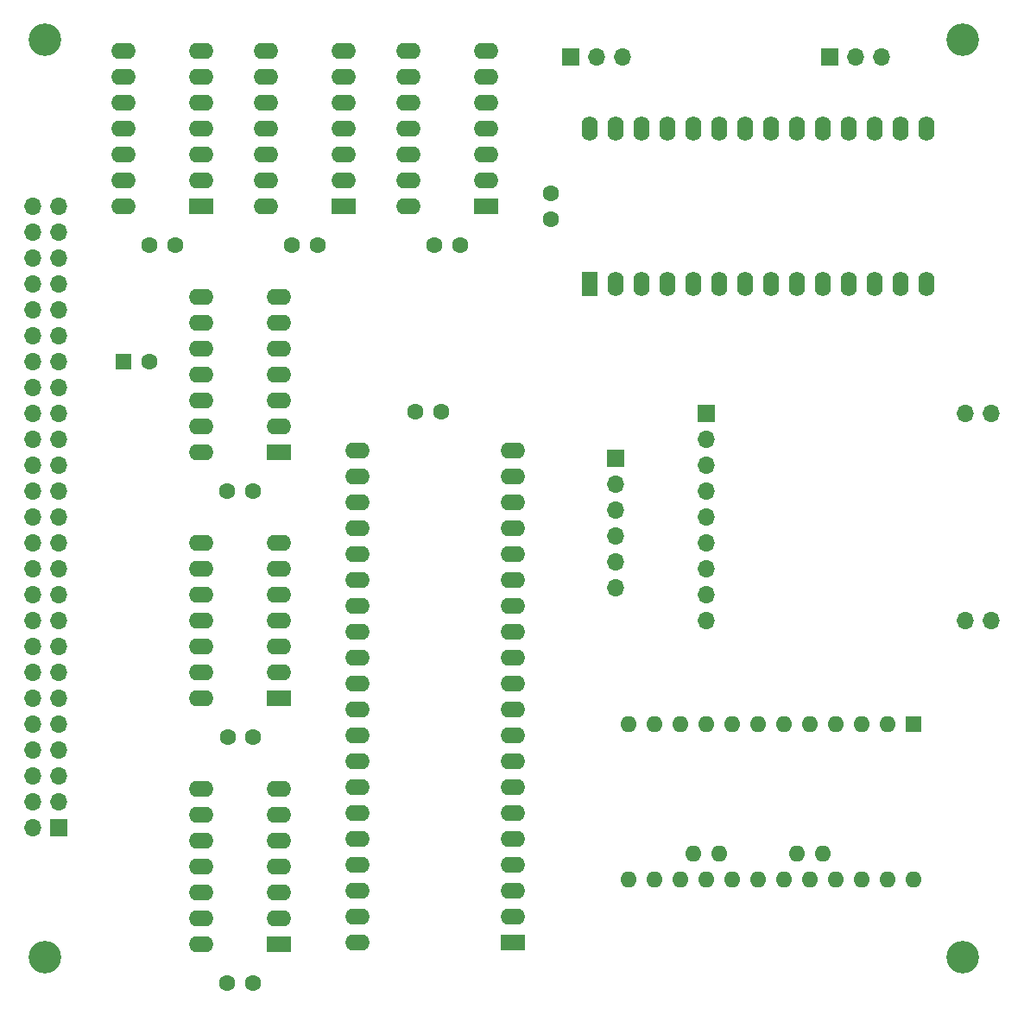
<source format=gbs>
G04 #@! TF.GenerationSoftware,KiCad,Pcbnew,(5.1.9)-1*
G04 #@! TF.CreationDate,2025-01-16T13:32:40+09:00*
G04 #@! TF.ProjectId,JR-200_SD,4a522d32-3030-45f5-9344-2e6b69636164,rev?*
G04 #@! TF.SameCoordinates,PX53920b0PY93c3260*
G04 #@! TF.FileFunction,Soldermask,Bot*
G04 #@! TF.FilePolarity,Negative*
%FSLAX46Y46*%
G04 Gerber Fmt 4.6, Leading zero omitted, Abs format (unit mm)*
G04 Created by KiCad (PCBNEW (5.1.9)-1) date 2025-01-16 13:32:40*
%MOMM*%
%LPD*%
G01*
G04 APERTURE LIST*
%ADD10C,1.600000*%
%ADD11R,2.400000X1.600000*%
%ADD12O,2.400000X1.600000*%
%ADD13C,3.200000*%
%ADD14R,1.700000X1.700000*%
%ADD15O,1.700000X1.700000*%
%ADD16R,1.600000X1.600000*%
%ADD17O,1.600000X1.600000*%
%ADD18R,1.600000X2.400000*%
%ADD19O,1.600000X2.400000*%
G04 APERTURE END LIST*
D10*
X41312000Y58522000D03*
X43812000Y58522000D03*
D11*
X50837000Y6452000D03*
D12*
X35597000Y54712000D03*
X50837000Y8992000D03*
X35597000Y52172000D03*
X50837000Y11532000D03*
X35597000Y49632000D03*
X50837000Y14072000D03*
X35597000Y47092000D03*
X50837000Y16612000D03*
X35597000Y44552000D03*
X50837000Y19152000D03*
X35597000Y42012000D03*
X50837000Y21692000D03*
X35597000Y39472000D03*
X50837000Y24232000D03*
X35597000Y36932000D03*
X50837000Y26772000D03*
X35597000Y34392000D03*
X50837000Y29312000D03*
X35597000Y31852000D03*
X50837000Y31852000D03*
X35597000Y29312000D03*
X50837000Y34392000D03*
X35597000Y26772000D03*
X50837000Y36932000D03*
X35597000Y24232000D03*
X50837000Y39472000D03*
X35597000Y21692000D03*
X50837000Y42012000D03*
X35597000Y19152000D03*
X50837000Y44552000D03*
X35597000Y16612000D03*
X50837000Y47092000D03*
X35597000Y14072000D03*
X50837000Y49632000D03*
X35597000Y11532000D03*
X50837000Y52172000D03*
X35597000Y8992000D03*
X50837000Y54712000D03*
X35597000Y6452000D03*
D10*
X54610000Y77470000D03*
X54610000Y79970000D03*
D13*
X5000000Y95000000D03*
X95000000Y95000000D03*
X95000000Y5000000D03*
X5000000Y5000000D03*
D14*
X69850000Y58420000D03*
D15*
X69850000Y55880000D03*
X69850000Y53340000D03*
X69850000Y50800000D03*
X69850000Y48260000D03*
X69850000Y45720000D03*
X69850000Y43180000D03*
X69850000Y40640000D03*
X69850000Y38100000D03*
X97790000Y38100000D03*
X95250000Y38100000D03*
X97790000Y58420000D03*
X95250000Y58420000D03*
D16*
X90170000Y27940000D03*
D17*
X87630000Y27940000D03*
X85090000Y27940000D03*
X62230000Y12700000D03*
X82550000Y27940000D03*
X64770000Y12700000D03*
X80010000Y27940000D03*
X67310000Y12700000D03*
X77470000Y27940000D03*
X69850000Y12700000D03*
X74930000Y27940000D03*
X72390000Y12700000D03*
X72390000Y27940000D03*
X74930000Y12700000D03*
X69850000Y27940000D03*
X77470000Y12700000D03*
X67310000Y27940000D03*
X80010000Y12700000D03*
X64770000Y27940000D03*
X82550000Y12700000D03*
X62230000Y27940000D03*
X85090000Y12700000D03*
X87630000Y12700000D03*
X90170000Y12700000D03*
X81280000Y15240000D03*
X78740000Y15240000D03*
X71120000Y15240000D03*
X68580000Y15240000D03*
D14*
X60960000Y53975000D03*
D15*
X60960000Y51435000D03*
X60960000Y48895000D03*
X60960000Y46355000D03*
X60960000Y43815000D03*
X60960000Y41275000D03*
D14*
X6350000Y17780000D03*
D15*
X3810000Y17780000D03*
X6350000Y20320000D03*
X3810000Y20320000D03*
X6350000Y22860000D03*
X3810000Y22860000D03*
X6350000Y25400000D03*
X3810000Y25400000D03*
X6350000Y27940000D03*
X3810000Y27940000D03*
X6350000Y30480000D03*
X3810000Y30480000D03*
X6350000Y33020000D03*
X3810000Y33020000D03*
X6350000Y35560000D03*
X3810000Y35560000D03*
X6350000Y38100000D03*
X3810000Y38100000D03*
X6350000Y40640000D03*
X3810000Y40640000D03*
X6350000Y43180000D03*
X3810000Y43180000D03*
X6350000Y45720000D03*
X3810000Y45720000D03*
X6350000Y48260000D03*
X3810000Y48260000D03*
X6350000Y50800000D03*
X3810000Y50800000D03*
X6350000Y53340000D03*
X3810000Y53340000D03*
X6350000Y55880000D03*
X3810000Y55880000D03*
X6350000Y58420000D03*
X3810000Y58420000D03*
X6350000Y60960000D03*
X3810000Y60960000D03*
X6350000Y63500000D03*
X3810000Y63500000D03*
X6350000Y66040000D03*
X3810000Y66040000D03*
X6350000Y68580000D03*
X3810000Y68580000D03*
X6350000Y71120000D03*
X3810000Y71120000D03*
X6350000Y73660000D03*
X3810000Y73660000D03*
X6350000Y76200000D03*
X3810000Y76200000D03*
X6350000Y78740000D03*
X3810000Y78740000D03*
D16*
X12700000Y63500000D03*
D10*
X15200000Y63500000D03*
D12*
X20320000Y30480000D03*
X27940000Y45720000D03*
X20320000Y33020000D03*
X27940000Y43180000D03*
X20320000Y35560000D03*
X27940000Y40640000D03*
X20320000Y38100000D03*
X27940000Y38100000D03*
X20320000Y40640000D03*
X27940000Y35560000D03*
X20320000Y43180000D03*
X27940000Y33020000D03*
X20320000Y45720000D03*
D11*
X27940000Y30480000D03*
X27940000Y54610000D03*
D12*
X20320000Y69850000D03*
X27940000Y57150000D03*
X20320000Y67310000D03*
X27940000Y59690000D03*
X20320000Y64770000D03*
X27940000Y62230000D03*
X20320000Y62230000D03*
X27940000Y64770000D03*
X20320000Y59690000D03*
X27940000Y67310000D03*
X20320000Y57150000D03*
X27940000Y69850000D03*
X20320000Y54610000D03*
D11*
X34290000Y78740000D03*
D12*
X26670000Y93980000D03*
X34290000Y81280000D03*
X26670000Y91440000D03*
X34290000Y83820000D03*
X26670000Y88900000D03*
X34290000Y86360000D03*
X26670000Y86360000D03*
X34290000Y88900000D03*
X26670000Y83820000D03*
X34290000Y91440000D03*
X26670000Y81280000D03*
X34290000Y93980000D03*
X26670000Y78740000D03*
X20320000Y6350000D03*
X27940000Y21590000D03*
X20320000Y8890000D03*
X27940000Y19050000D03*
X20320000Y11430000D03*
X27940000Y16510000D03*
X20320000Y13970000D03*
X27940000Y13970000D03*
X20320000Y16510000D03*
X27940000Y11430000D03*
X20320000Y19050000D03*
X27940000Y8890000D03*
X20320000Y21590000D03*
D11*
X27940000Y6350000D03*
D12*
X40640000Y78740000D03*
X48260000Y93980000D03*
X40640000Y81280000D03*
X48260000Y91440000D03*
X40640000Y83820000D03*
X48260000Y88900000D03*
X40640000Y86360000D03*
X48260000Y86360000D03*
X40640000Y88900000D03*
X48260000Y83820000D03*
X40640000Y91440000D03*
X48260000Y81280000D03*
X40640000Y93980000D03*
D11*
X48260000Y78740000D03*
D12*
X12700000Y78740000D03*
X20320000Y93980000D03*
X12700000Y81280000D03*
X20320000Y91440000D03*
X12700000Y83820000D03*
X20320000Y88900000D03*
X12700000Y86360000D03*
X20320000Y86360000D03*
X12700000Y88900000D03*
X20320000Y83820000D03*
X12700000Y91440000D03*
X20320000Y81280000D03*
X12700000Y93980000D03*
D11*
X20320000Y78740000D03*
D10*
X22860000Y50800000D03*
X25360000Y50800000D03*
X22860000Y2540000D03*
X25360000Y2540000D03*
X15240000Y74930000D03*
X17740000Y74930000D03*
X25400000Y26670000D03*
X22900000Y26670000D03*
X29210000Y74930000D03*
X31710000Y74930000D03*
X45680000Y74930000D03*
X43180000Y74930000D03*
D14*
X56515000Y93345000D03*
D15*
X59055000Y93345000D03*
X61595000Y93345000D03*
X86995000Y93345000D03*
X84455000Y93345000D03*
D14*
X81915000Y93345000D03*
D18*
X58420000Y71120000D03*
D19*
X91440000Y86360000D03*
X60960000Y71120000D03*
X88900000Y86360000D03*
X63500000Y71120000D03*
X86360000Y86360000D03*
X66040000Y71120000D03*
X83820000Y86360000D03*
X68580000Y71120000D03*
X81280000Y86360000D03*
X71120000Y71120000D03*
X78740000Y86360000D03*
X73660000Y71120000D03*
X76200000Y86360000D03*
X76200000Y71120000D03*
X73660000Y86360000D03*
X78740000Y71120000D03*
X71120000Y86360000D03*
X81280000Y71120000D03*
X68580000Y86360000D03*
X83820000Y71120000D03*
X66040000Y86360000D03*
X86360000Y71120000D03*
X63500000Y86360000D03*
X88900000Y71120000D03*
X60960000Y86360000D03*
X91440000Y71120000D03*
X58420000Y86360000D03*
M02*

</source>
